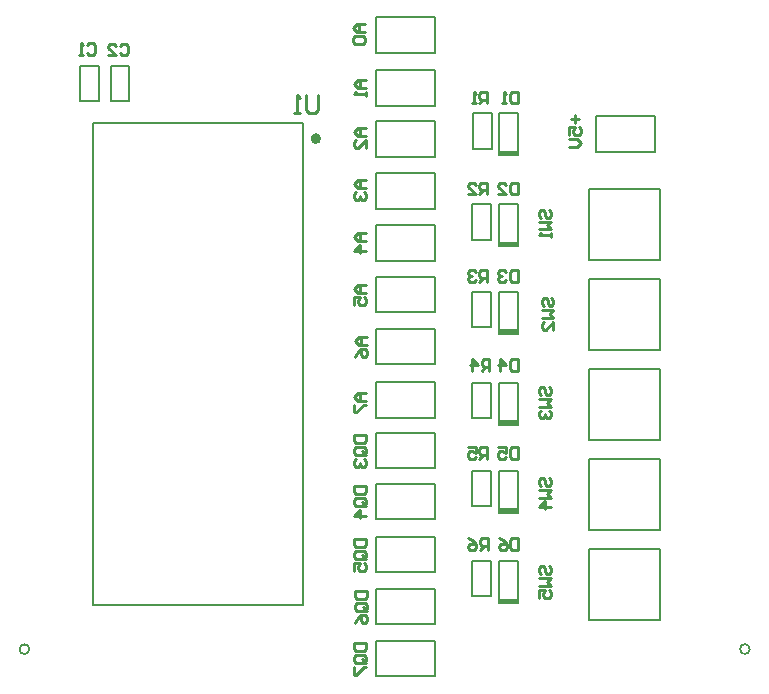
<source format=gbo>
G04*
G04 #@! TF.GenerationSoftware,Altium Limited,Altium Designer,19.0.15 (446)*
G04*
G04 Layer_Color=32896*
%FSLAX25Y25*%
%MOIN*%
G70*
G01*
G75*
%ADD10C,0.00787*%
%ADD11C,0.01000*%
%ADD36C,0.02000*%
%ADD37R,0.06299X0.01575*%
D10*
X259497Y12205D02*
G03*
X259497Y12205I-1623J0D01*
G01*
X19340D02*
G03*
X19340Y12205I-1623J0D01*
G01*
X205906Y21811D02*
X229528D01*
X205906D02*
Y45433D01*
X229528D01*
Y21811D02*
Y45433D01*
X175984Y27559D02*
X182283D01*
Y41535D01*
X175984D02*
X182283D01*
X175984Y27559D02*
Y41535D01*
X40472Y27047D02*
Y187677D01*
Y27047D02*
X110551D01*
Y187677D01*
X40472D02*
X110551D01*
X52756Y194882D02*
Y206693D01*
X46457Y194882D02*
X52756D01*
X46457D02*
Y206693D01*
X52756D01*
X134764Y211024D02*
Y222835D01*
X154449D01*
Y211024D02*
Y222835D01*
X134764Y211024D02*
X154449D01*
X36220Y194882D02*
Y206693D01*
X42520D01*
Y194882D02*
Y206693D01*
X36220Y194882D02*
X42520D01*
X175984Y176772D02*
X182283D01*
Y190748D01*
X175984D02*
X182283D01*
X175984Y176772D02*
Y190748D01*
Y146457D02*
X182283D01*
Y160433D01*
X175984D02*
X182283D01*
X175984Y146457D02*
Y160433D01*
Y117323D02*
X182283D01*
Y131299D01*
X175984D02*
X182283D01*
X175984Y117323D02*
Y131299D01*
Y87008D02*
X182283D01*
Y100984D01*
X175984D02*
X182283D01*
X175984Y87008D02*
Y100984D01*
Y57677D02*
X182283D01*
Y71653D01*
X175984D02*
X182283D01*
X175984Y57677D02*
Y71653D01*
X208386Y177953D02*
Y189764D01*
X228071D01*
Y177953D02*
Y189764D01*
X208386Y177953D02*
X228071D01*
X154449Y89370D02*
Y101181D01*
X134764Y89370D02*
X154449D01*
X134764D02*
Y101181D01*
X154449D01*
Y107087D02*
Y118898D01*
X134764Y107087D02*
X154449D01*
X134764D02*
Y118898D01*
X154449D01*
Y124409D02*
Y136221D01*
X134764Y124409D02*
X154449D01*
X134764D02*
Y136221D01*
X154449D01*
X154606Y3150D02*
Y14961D01*
X134921Y3150D02*
X154606D01*
X134921D02*
Y14961D01*
X154606D01*
X154449Y141732D02*
Y153543D01*
X134764Y141732D02*
X154449D01*
X134764D02*
Y153543D01*
X154449D01*
X134764Y20472D02*
Y32283D01*
X154449D01*
Y20472D02*
Y32283D01*
X134764Y20472D02*
X154449D01*
Y159055D02*
Y170866D01*
X134764Y159055D02*
X154449D01*
X134764D02*
Y170866D01*
X154449D01*
X134921Y37795D02*
Y49606D01*
X154606D01*
Y37795D02*
Y49606D01*
X134921Y37795D02*
X154606D01*
X134921Y176378D02*
Y188189D01*
X154606D01*
Y176378D02*
Y188189D01*
X134921Y176378D02*
X154606D01*
X134921Y55512D02*
Y67323D01*
X154606D01*
Y55512D02*
Y67323D01*
X134921Y55512D02*
X154606D01*
X134764Y193307D02*
Y205118D01*
X154449D01*
Y193307D02*
Y205118D01*
X134764Y193307D02*
X154449D01*
X134764Y72441D02*
Y84252D01*
X154449D01*
Y72441D02*
Y84252D01*
X134764Y72441D02*
X154449D01*
X167323Y178937D02*
X173622D01*
Y190748D01*
X167323D02*
X173622D01*
X167323Y178937D02*
Y190748D01*
X166929Y148622D02*
X173228D01*
Y160433D01*
X166929D02*
X173228D01*
X166929Y148622D02*
Y160433D01*
Y119488D02*
X173228D01*
Y131299D01*
X166929D02*
X173228D01*
X166929Y119488D02*
Y131299D01*
Y89173D02*
X173228D01*
Y100984D01*
X166929D02*
X173228D01*
X166929Y89173D02*
Y100984D01*
Y59842D02*
X173228D01*
Y71653D01*
X166929D02*
X173228D01*
X166929Y59842D02*
Y71653D01*
Y29823D02*
X173228D01*
Y41634D01*
X166929D02*
X173228D01*
X166929Y29823D02*
Y41634D01*
X205906Y141811D02*
X229528D01*
X205906D02*
Y165433D01*
X229528D01*
Y141811D02*
Y165433D01*
X229511Y111804D02*
Y135426D01*
X205889D02*
X229511D01*
X205889Y111804D02*
Y135426D01*
Y111804D02*
X229511D01*
X205906Y81811D02*
X229528D01*
X205906D02*
Y105433D01*
X229528D01*
Y81811D02*
Y105433D01*
Y51811D02*
Y75433D01*
X205906D02*
X229528D01*
X205906Y51811D02*
Y75433D01*
Y51811D02*
X229528D01*
D11*
X190027Y37140D02*
X189371Y37796D01*
Y39108D01*
X190027Y39764D01*
X190683D01*
X191339Y39108D01*
Y37796D01*
X191995Y37140D01*
X192651D01*
X193307Y37796D01*
Y39108D01*
X192651Y39764D01*
X189371Y35828D02*
X193307D01*
X191995Y34516D01*
X193307Y33204D01*
X189371D01*
Y29269D02*
Y31892D01*
X191339D01*
X190683Y30580D01*
Y29924D01*
X191339Y29269D01*
X192651D01*
X193307Y29924D01*
Y31236D01*
X192651Y31892D01*
X182382Y49310D02*
Y45374D01*
X180414D01*
X179758Y46030D01*
Y48654D01*
X180414Y49310D01*
X182382D01*
X175822D02*
X177134Y48654D01*
X178446Y47342D01*
Y46030D01*
X177790Y45374D01*
X176478D01*
X175822Y46030D01*
Y46686D01*
X176478Y47342D01*
X178446D01*
X115712Y197060D02*
Y192062D01*
X114712Y191062D01*
X112713D01*
X111713Y192062D01*
Y197060D01*
X109714Y191062D02*
X107714D01*
X108714D01*
Y197060D01*
X109714Y196061D01*
X49476Y213380D02*
X50132Y214036D01*
X51444D01*
X52100Y213380D01*
Y210756D01*
X51444Y210100D01*
X50132D01*
X49476Y210756D01*
X45540Y210100D02*
X48164D01*
X45540Y212724D01*
Y213380D01*
X46196Y214036D01*
X47508D01*
X48164Y213380D01*
X131102Y220472D02*
X128479D01*
X127167Y219161D01*
X128479Y217849D01*
X131102D01*
X129135D01*
Y220472D01*
X127823Y216537D02*
X127167Y215881D01*
Y214569D01*
X127823Y213913D01*
X130446D01*
X131102Y214569D01*
Y215881D01*
X130446Y216537D01*
X127823D01*
X38715Y213516D02*
X39371Y214172D01*
X40683D01*
X41339Y213516D01*
Y210892D01*
X40683Y210236D01*
X39371D01*
X38715Y210892D01*
X37403Y210236D02*
X36091D01*
X36747D01*
Y214172D01*
X37403Y213516D01*
X182283Y198030D02*
Y194095D01*
X180316D01*
X179660Y194750D01*
Y197374D01*
X180316Y198030D01*
X182283D01*
X178348Y194095D02*
X177036D01*
X177692D01*
Y198030D01*
X178348Y197374D01*
X182283Y167715D02*
Y163779D01*
X180316D01*
X179660Y164436D01*
Y167059D01*
X180316Y167715D01*
X182283D01*
X175724Y163779D02*
X178348D01*
X175724Y166403D01*
Y167059D01*
X176380Y167715D01*
X177692D01*
X178348Y167059D01*
X182283Y138581D02*
Y134646D01*
X180316D01*
X179660Y135302D01*
Y137926D01*
X180316Y138581D01*
X182283D01*
X178348Y137926D02*
X177692Y138581D01*
X176380D01*
X175724Y137926D01*
Y137269D01*
X176380Y136614D01*
X177036D01*
X176380D01*
X175724Y135958D01*
Y135302D01*
X176380Y134646D01*
X177692D01*
X178348Y135302D01*
X182185Y108955D02*
Y105020D01*
X180217D01*
X179561Y105676D01*
Y108300D01*
X180217Y108955D01*
X182185D01*
X176281Y105020D02*
Y108955D01*
X178249Y106988D01*
X175626D01*
X182283Y79526D02*
Y75590D01*
X180316D01*
X179660Y76247D01*
Y78870D01*
X180316Y79526D01*
X182283D01*
X175724D02*
X178348D01*
Y77558D01*
X177036Y78214D01*
X176380D01*
X175724Y77558D01*
Y76247D01*
X176380Y75590D01*
X177692D01*
X178348Y76247D01*
X201232Y190100D02*
Y187476D01*
X199920Y188788D02*
X202544D01*
X199264Y183540D02*
Y186164D01*
X201232D01*
X200576Y184852D01*
Y184196D01*
X201232Y183540D01*
X202544D01*
X203200Y184196D01*
Y185508D01*
X202544Y186164D01*
X199264Y182229D02*
X201888D01*
X203200Y180917D01*
X201888Y179605D01*
X199264D01*
X131496Y97638D02*
X128872D01*
X127560Y96326D01*
X128872Y95014D01*
X131496D01*
X129528D01*
Y97638D01*
X127560Y93702D02*
Y91078D01*
X128216D01*
X130840Y93702D01*
X131496D01*
X131890Y116142D02*
X129266D01*
X127954Y114830D01*
X129266Y113518D01*
X131890D01*
X129922D01*
Y116142D01*
X127954Y109582D02*
X128610Y110894D01*
X129922Y112206D01*
X131234D01*
X131890Y111550D01*
Y110238D01*
X131234Y109582D01*
X130578D01*
X129922Y110238D01*
Y112206D01*
X131496Y133465D02*
X128872D01*
X127560Y132153D01*
X128872Y130841D01*
X131496D01*
X129528D01*
Y133465D01*
X127560Y126905D02*
Y129529D01*
X129528D01*
X128872Y128217D01*
Y127561D01*
X129528Y126905D01*
X130840D01*
X131496Y127561D01*
Y128873D01*
X130840Y129529D01*
X127560Y14173D02*
X131496D01*
Y12205D01*
X130840Y11549D01*
X128216D01*
X127560Y12205D01*
Y14173D01*
X130840Y7614D02*
X128216D01*
X127560Y8270D01*
Y9582D01*
X128216Y10238D01*
X130840D01*
X131496Y9582D01*
Y8270D01*
X130184Y8926D02*
X131496Y7614D01*
Y8270D02*
X130840Y7614D01*
X127560Y6302D02*
Y3678D01*
X128216D01*
X130840Y6302D01*
X131496D01*
Y150787D02*
X128872D01*
X127560Y149476D01*
X128872Y148164D01*
X131496D01*
X129528D01*
Y150787D01*
X131496Y144884D02*
X127560D01*
X129528Y146852D01*
Y144228D01*
X127954Y31496D02*
X131890D01*
Y29528D01*
X131234Y28872D01*
X128610D01*
X127954Y29528D01*
Y31496D01*
X131234Y24937D02*
X128610D01*
X127954Y25592D01*
Y26904D01*
X128610Y27560D01*
X131234D01*
X131890Y26904D01*
Y25592D01*
X130578Y26248D02*
X131890Y24937D01*
Y25592D02*
X131234Y24937D01*
X127954Y21001D02*
X128610Y22313D01*
X129922Y23625D01*
X131234D01*
X131890Y22969D01*
Y21657D01*
X131234Y21001D01*
X130578D01*
X129922Y21657D01*
Y23625D01*
X131496Y168504D02*
X128872D01*
X127560Y167192D01*
X128872Y165880D01*
X131496D01*
X129528D01*
Y168504D01*
X128216Y164568D02*
X127560Y163912D01*
Y162600D01*
X128216Y161944D01*
X128872D01*
X129528Y162600D01*
Y163256D01*
Y162600D01*
X130184Y161944D01*
X130840D01*
X131496Y162600D01*
Y163912D01*
X130840Y164568D01*
X127560Y48819D02*
X131496D01*
Y46851D01*
X130840Y46195D01*
X128216D01*
X127560Y46851D01*
Y48819D01*
X130840Y42259D02*
X128216D01*
X127560Y42915D01*
Y44227D01*
X128216Y44883D01*
X130840D01*
X131496Y44227D01*
Y42915D01*
X130184Y43571D02*
X131496Y42259D01*
Y42915D02*
X130840Y42259D01*
X127560Y38324D02*
Y40947D01*
X129528D01*
X128872Y39636D01*
Y38980D01*
X129528Y38324D01*
X130840D01*
X131496Y38980D01*
Y40292D01*
X130840Y40947D01*
X131496Y185827D02*
X128872D01*
X127560Y184515D01*
X128872Y183203D01*
X131496D01*
X129528D01*
Y185827D01*
X131496Y179267D02*
Y181891D01*
X128872Y179267D01*
X128216D01*
X127560Y179923D01*
Y181235D01*
X128216Y181891D01*
X127560Y66535D02*
X131496D01*
Y64568D01*
X130840Y63912D01*
X128216D01*
X127560Y64568D01*
Y66535D01*
X130840Y59976D02*
X128216D01*
X127560Y60632D01*
Y61944D01*
X128216Y62600D01*
X130840D01*
X131496Y61944D01*
Y60632D01*
X130184Y61288D02*
X131496Y59976D01*
Y60632D02*
X130840Y59976D01*
X131496Y56696D02*
X127560D01*
X129528Y58664D01*
Y56040D01*
X131496Y201969D02*
X128872D01*
X127560Y200657D01*
X128872Y199345D01*
X131496D01*
X129528D01*
Y201969D01*
X131496Y198033D02*
Y196721D01*
Y197377D01*
X127560D01*
X128216Y198033D01*
X127560Y83465D02*
X131496D01*
Y81497D01*
X130840Y80841D01*
X128216D01*
X127560Y81497D01*
Y83465D01*
X130840Y76905D02*
X128216D01*
X127560Y77561D01*
Y78873D01*
X128216Y79529D01*
X130840D01*
X131496Y78873D01*
Y77561D01*
X130184Y78217D02*
X131496Y76905D01*
Y77561D02*
X130840Y76905D01*
X128216Y75593D02*
X127560Y74937D01*
Y73625D01*
X128216Y72969D01*
X128872D01*
X129528Y73625D01*
Y74281D01*
Y73625D01*
X130184Y72969D01*
X130840D01*
X131496Y73625D01*
Y74937D01*
X130840Y75593D01*
X172047Y194095D02*
Y198030D01*
X170079D01*
X169423Y197374D01*
Y196062D01*
X170079Y195406D01*
X172047D01*
X170735D02*
X169423Y194095D01*
X168112D02*
X166800D01*
X167455D01*
Y198030D01*
X168112Y197374D01*
X172047Y163779D02*
Y167715D01*
X170079D01*
X169423Y167059D01*
Y165747D01*
X170079Y165091D01*
X172047D01*
X170735D02*
X169423Y163779D01*
X165488D02*
X168112D01*
X165488Y166403D01*
Y167059D01*
X166144Y167715D01*
X167455D01*
X168112Y167059D01*
X172047Y134646D02*
Y138581D01*
X170079D01*
X169423Y137926D01*
Y136614D01*
X170079Y135958D01*
X172047D01*
X170735D02*
X169423Y134646D01*
X168112Y137926D02*
X167455Y138581D01*
X166144D01*
X165488Y137926D01*
Y137269D01*
X166144Y136614D01*
X166800D01*
X166144D01*
X165488Y135958D01*
Y135302D01*
X166144Y134646D01*
X167455D01*
X168112Y135302D01*
X172736Y105020D02*
Y108955D01*
X170768D01*
X170112Y108300D01*
Y106988D01*
X170768Y106332D01*
X172736D01*
X171424D02*
X170112Y105020D01*
X166833D02*
Y108955D01*
X168800Y106988D01*
X166177D01*
X172047Y75590D02*
Y79526D01*
X170079D01*
X169423Y78870D01*
Y77558D01*
X170079Y76903D01*
X172047D01*
X170735D02*
X169423Y75590D01*
X165488Y79526D02*
X168112D01*
Y77558D01*
X166800Y78214D01*
X166144D01*
X165488Y77558D01*
Y76247D01*
X166144Y75590D01*
X167455D01*
X168112Y76247D01*
X172244Y45374D02*
Y49310D01*
X170276D01*
X169620Y48654D01*
Y47342D01*
X170276Y46686D01*
X172244D01*
X170932D02*
X169620Y45374D01*
X165684Y49310D02*
X166996Y48654D01*
X168308Y47342D01*
Y46030D01*
X167652Y45374D01*
X166340D01*
X165684Y46030D01*
Y46686D01*
X166340Y47342D01*
X168308D01*
X190027Y156038D02*
X189371Y156694D01*
Y158005D01*
X190027Y158661D01*
X190683D01*
X191339Y158005D01*
Y156694D01*
X191995Y156038D01*
X192651D01*
X193307Y156694D01*
Y158005D01*
X192651Y158661D01*
X189371Y154726D02*
X193307D01*
X191995Y153414D01*
X193307Y152102D01*
X189371D01*
X193307Y150790D02*
Y149478D01*
Y150134D01*
X189371D01*
X190027Y150790D01*
X190798Y126503D02*
X190142Y127159D01*
Y128471D01*
X190798Y129127D01*
X191454D01*
X192110Y128471D01*
Y127159D01*
X192766Y126503D01*
X193422D01*
X194078Y127159D01*
Y128471D01*
X193422Y129127D01*
X190142Y125191D02*
X194078D01*
X192766Y123879D01*
X194078Y122567D01*
X190142D01*
X194078Y118631D02*
Y121255D01*
X191454Y118631D01*
X190798D01*
X190142Y119287D01*
Y120599D01*
X190798Y121255D01*
X190027Y96983D02*
X189371Y97638D01*
Y98950D01*
X190027Y99606D01*
X190683D01*
X191339Y98950D01*
Y97638D01*
X191995Y96983D01*
X192651D01*
X193307Y97638D01*
Y98950D01*
X192651Y99606D01*
X189371Y95671D02*
X193307D01*
X191995Y94359D01*
X193307Y93047D01*
X189371D01*
X190027Y91735D02*
X189371Y91079D01*
Y89767D01*
X190027Y89111D01*
X190683D01*
X191339Y89767D01*
Y90423D01*
Y89767D01*
X191995Y89111D01*
X192651D01*
X193307Y89767D01*
Y91079D01*
X192651Y91735D01*
X190027Y66667D02*
X189371Y67323D01*
Y68635D01*
X190027Y69291D01*
X190683D01*
X191339Y68635D01*
Y67323D01*
X191995Y66667D01*
X192651D01*
X193307Y67323D01*
Y68635D01*
X192651Y69291D01*
X189371Y65356D02*
X193307D01*
X191995Y64044D01*
X193307Y62732D01*
X189371D01*
X193307Y59452D02*
X189371D01*
X191339Y61420D01*
Y58796D01*
D36*
X115682Y182362D02*
G03*
X115682Y182362I-800J0D01*
G01*
D37*
X179134Y28347D02*
D03*
X179133Y177559D02*
D03*
X179134Y147245D02*
D03*
X179134Y118111D02*
D03*
Y87796D02*
D03*
X179134Y58465D02*
D03*
M02*

</source>
